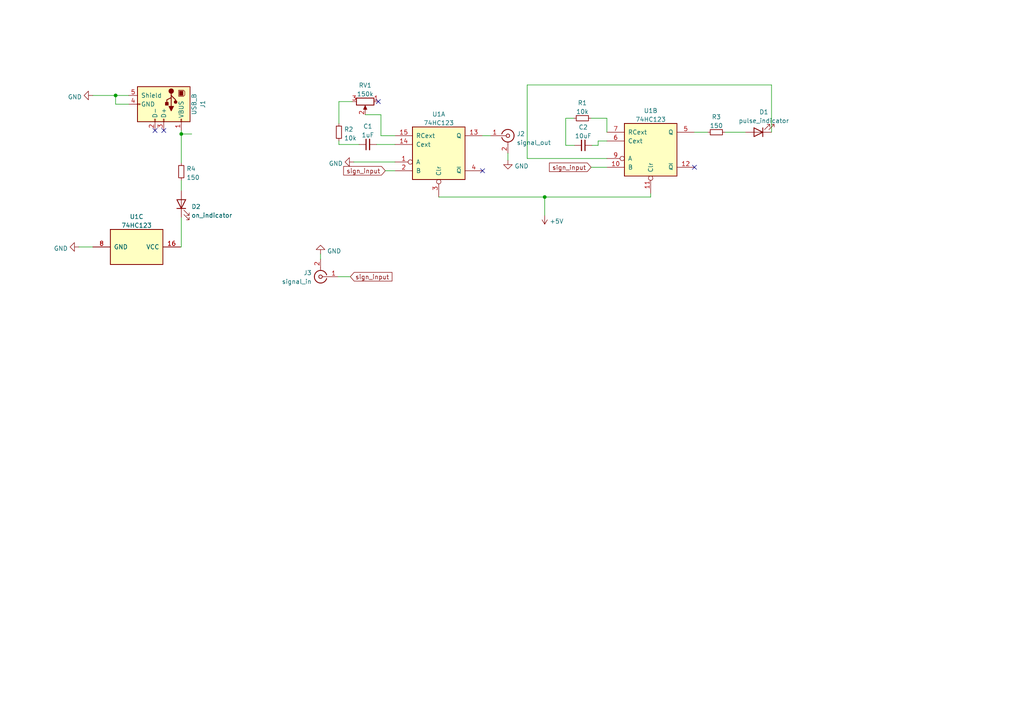
<source format=kicad_sch>
(kicad_sch (version 20211123) (generator eeschema)
  (paper "A4")
  (lib_symbols
    (symbol "74xx:74HC123" (pin_names (offset 1.016))
      (property "Reference" "U" (at -7.62 8.89 0))
      (property "Value" "74HC123" (at -7.62 -8.89 0))
      (symbol "74HC123_1_0"
        (pin input inverted (at -12.7 -2.54 0) (length 5.08) (name "A") (number "1"))
        (pin output line (at 12.7 5.08 180) (length 5.08) (name "Q") (number "13"))
        (pin input line (at -12.7 2.54 0) (length 5.08) (name "Cext") (number "14"))
        (pin input line (at -12.7 5.08 0) (length 5.08) (name "RCext") (number "15"))
        (pin input line (at -12.7 -5.08 0) (length 5.08) (name "B") (number "2"))
        (pin input inverted (at 0 -12.7 90) (length 5.08) (name "Clr") (number "3"))
        (pin output line (at 12.7 -5.08 180) (length 5.08) (name "~{Q}") (number "4"))
      )
      (symbol "74HC123_1_1"
        (rectangle (start -7.62 7.62) (end 7.62 -7.62) (stroke (width 0.254)) (fill (type background)))
      )
      (symbol "74HC123_2_0"
        (pin input line (at -12.7 -5.08 0) (length 5.08) (name "B") (number "10"))
        (pin input inverted (at 0 -12.7 90) (length 5.08) (name "Clr") (number "11"))
        (pin output line (at 12.7 -5.08 180) (length 5.08) (name "~{Q}") (number "12"))
        (pin output line (at 12.7 5.08 180) (length 5.08) (name "Q") (number "5"))
        (pin input line (at -12.7 2.54 0) (length 5.08) (name "Cext") (number "6"))
        (pin input line (at -12.7 5.08 0) (length 5.08) (name "RCext") (number "7"))
        (pin input inverted (at -12.7 -2.54 0) (length 5.08) (name "A") (number "9"))
      )
      (symbol "74HC123_2_1"
        (rectangle (start -7.62 7.62) (end 7.62 -7.62) (stroke (width 0.254)) (fill (type background)))
      )
      (symbol "74HC123_3_0"
        (pin power_in line (at 0 12.7 270) (length 5.08) (name "VCC") (number "16"))
        (pin power_in line (at 0 -12.7 90) (length 5.08) (name "GND") (number "8"))
      )
      (symbol "74HC123_3_1"
        (rectangle (start -5.08 7.62) (end 5.08 -7.62) (stroke (width 0.254)) (fill (type background)))
      )
    )
    (symbol "Connector:Conn_Coaxial" (pin_names (offset 1.016) hide)
      (property "Reference" "J" (at 0.254 3.048 0))
      (property "Value" "Conn_Coaxial" (at 2.921 0 90))
      (symbol "Conn_Coaxial_0_1"
        (arc (start -1.778 -0.508) (mid 0.222 -1.808) (end 1.778 0) (stroke (width 0.254)))
        (polyline (pts (xy -2.54 0) (xy -0.508 0)))
        (polyline (pts (xy 0 -2.54) (xy 0 -1.778)))
        (circle (center 0 0) (radius 0.508) (stroke (width 0.2032)))
        (arc (start 1.778 0) (mid 0.2221 1.8083) (end -1.778 0.508) (stroke (width 0.254)))
      )
      (symbol "Conn_Coaxial_1_1"
        (pin passive line (at -5.08 0 0) (length 2.54) (name "In") (number "1"))
        (pin passive line (at 0 -5.08 90) (length 2.54) (name "Ext") (number "2"))
      )
    )
    (symbol "Connector:USB_B" (pin_names (offset 1.016))
      (property "Reference" "J" (at -5.08 11.43 0))
      (property "Value" "USB_B" (at -5.08 8.89 0))
      (symbol "USB_B_0_1"
        (rectangle (start -5.08 -7.62) (end 5.08 7.62) (stroke (width 0.254)) (fill (type background)))
        (circle (center -3.81 2.159) (radius 0.635) (stroke (width 0.254)) (fill (type outline)))
        (rectangle (start -3.81 5.588) (end -2.54 4.572) (fill (type outline)))
        (circle (center -0.635 3.429) (radius 0.381) (stroke (width 0.254)) (fill (type outline)))
        (rectangle (start -0.127 -7.62) (end 0.127 -6.858))
        (polyline (pts (xy -1.905 2.159) (xy 0.635 2.159)) (stroke (width 0.254)))
        (polyline (pts (xy -3.175 2.159) (xy -2.54 2.159) (xy -1.27 3.429) (xy -0.635 3.429)) (stroke (width 0.254)))
        (polyline (pts (xy -2.54 2.159) (xy -1.905 2.159) (xy -1.27 0.889) (xy 0 0.889)) (stroke (width 0.254)))
        (polyline (pts (xy 0.635 2.794) (xy 0.635 1.524) (xy 1.905 2.159) (xy 0.635 2.794)) (stroke (width 0.254)) (fill (type outline)))
        (polyline (pts (xy -4.064 4.318) (xy -2.286 4.318) (xy -2.286 5.715) (xy -2.667 6.096) (xy -3.683 6.096) (xy -4.064 5.715) (xy -4.064 4.318)))
        (rectangle (start 0.254 1.27) (end -0.508 0.508) (stroke (width 0.254)) (fill (type outline)))
        (rectangle (start 5.08 -2.667) (end 4.318 -2.413))
        (rectangle (start 5.08 -0.127) (end 4.318 0.127))
        (rectangle (start 5.08 4.953) (end 4.318 5.207))
      )
      (symbol "USB_B_1_1"
        (pin power_out line (at 7.62 5.08 180) (length 2.54) (name "VBUS") (number "1"))
        (pin bidirectional line (at 7.62 -2.54 180) (length 2.54) (name "D-") (number "2"))
        (pin bidirectional line (at 7.62 0 180) (length 2.54) (name "D+") (number "3"))
        (pin power_out line (at 0 -10.16 90) (length 2.54) (name "GND") (number "4"))
        (pin passive line (at -2.54 -10.16 90) (length 2.54) (name "Shield") (number "5"))
      )
    )
    (symbol "Device:C_Small" (pin_numbers hide) (pin_names (offset 0.254) hide)
      (property "Reference" "C" (at 0.254 1.778 0))
      (property "Value" "C_Small" (at 0.254 -2.032 0))
      (symbol "C_Small_0_1"
        (polyline (pts (xy -1.524 -0.508) (xy 1.524 -0.508)) (stroke (width 0.3302)))
        (polyline (pts (xy -1.524 0.508) (xy 1.524 0.508)) (stroke (width 0.3048)))
      )
      (symbol "C_Small_1_1"
        (pin passive line (at 0 2.54 270) (length 2.032) (name "~") (number "1"))
        (pin passive line (at 0 -2.54 90) (length 2.032) (name "~") (number "2"))
      )
    )
    (symbol "Device:LED" (pin_numbers hide) (pin_names (offset 1.016) hide)
      (property "Reference" "D" (at 0 2.54 0))
      (property "Value" "LED" (at 0 -2.54 0))
      (symbol "LED_0_1"
        (polyline (pts (xy -1.27 -1.27) (xy -1.27 1.27)) (stroke (width 0.254)))
        (polyline (pts (xy -1.27 0) (xy 1.27 0)))
        (polyline (pts (xy 1.27 -1.27) (xy 1.27 1.27) (xy -1.27 0) (xy 1.27 -1.27)) (stroke (width 0.254)))
        (polyline (pts (xy -3.048 -0.762) (xy -4.572 -2.286) (xy -3.81 -2.286) (xy -4.572 -2.286) (xy -4.572 -1.524)))
        (polyline (pts (xy -1.778 -0.762) (xy -3.302 -2.286) (xy -2.54 -2.286) (xy -3.302 -2.286) (xy -3.302 -1.524)))
      )
      (symbol "LED_1_1"
        (pin passive line (at -3.81 0 0) (length 2.54) (name "K") (number "1"))
        (pin passive line (at 3.81 0 180) (length 2.54) (name "A") (number "2"))
      )
    )
    (symbol "Device:R_Potentiometer" (pin_names (offset 1.016) hide)
      (property "Reference" "RV" (at -4.445 0 90))
      (property "Value" "R_Potentiometer" (at -2.54 0 90))
      (symbol "R_Potentiometer_0_1"
        (polyline (pts (xy 2.54 0) (xy 1.524 0)))
        (polyline (pts (xy 1.143 0) (xy 2.286 0.508) (xy 2.286 -0.508) (xy 1.143 0)) (fill (type outline)))
        (rectangle (start 1.016 2.54) (end -1.016 -2.54) (stroke (width 0.254)))
      )
      (symbol "R_Potentiometer_1_1"
        (pin passive line (at 0 3.81 270) (length 1.27) (name "1") (number "1"))
        (pin passive line (at 3.81 0 180) (length 1.27) (name "2") (number "2"))
        (pin passive line (at 0 -3.81 90) (length 1.27) (name "3") (number "3"))
      )
    )
    (symbol "Device:R_Small" (pin_numbers hide) (pin_names (offset 0.254) hide)
      (property "Reference" "R" (at 0.762 0.508 0))
      (property "Value" "R_Small" (at 0.762 -1.016 0))
      (symbol "R_Small_0_1"
        (rectangle (start -0.762 1.778) (end 0.762 -1.778) (stroke (width 0.2032)))
      )
      (symbol "R_Small_1_1"
        (pin passive line (at 0 2.54 270) (length 0.762) (name "~") (number "1"))
        (pin passive line (at 0 -2.54 90) (length 0.762) (name "~") (number "2"))
      )
    )
    (symbol "power:+5V" (power) (pin_names (offset 0))
      (property "Value" "+5V" (at 0 3.556 0))
      (symbol "+5V_0_1"
        (polyline (pts (xy -0.762 1.27) (xy 0 2.54)))
        (polyline (pts (xy 0 0) (xy 0 2.54)))
        (polyline (pts (xy 0 2.54) (xy 0.762 1.27)))
      )
      (symbol "+5V_1_1"
        (pin power_in line (at 0 0 90) (length 0) hide (name "+5V") (number "1"))
      )
    )
    (symbol "power:GND" (power) (pin_names (offset 0))
      (property "Value" "GND" (at 0 -3.81 0))
      (symbol "GND_0_1"
        (polyline (pts (xy 0 0) (xy 0 -1.27) (xy 1.27 -1.27) (xy 0 -2.54) (xy -1.27 -1.27) (xy 0 -1.27)))
      )
      (symbol "GND_1_1"
        (pin power_in line (at 0 0 270) (length 0) hide (name "GND") (number "1"))
      )
    )
  )
  (junction (at 33.528 27.686))
  (junction (at 157.988 57.15))
  (junction (at 52.578 38.862))
  (no_connect (at 109.728 29.464))
  (no_connect (at 44.958 37.846))
  (no_connect (at 47.498 37.846))
  (no_connect (at 139.954 49.53))
  (no_connect (at 201.422 48.514))
  (wire (pts (xy 26.924 27.686) (xy 33.528 27.686)))
  (wire (pts (xy 52.578 62.992) (xy 52.578 71.628)))
  (wire (pts (xy 152.908 45.974) (xy 152.908 24.638)))
  (wire (pts (xy 157.988 57.15) (xy 157.988 62.484)))
  (wire (pts (xy 127.254 57.15) (xy 157.988 57.15)))
  (wire (pts (xy 176.022 34.29) (xy 171.45 34.29)))
  (wire (pts (xy 139.954 39.37) (xy 142.24 39.37)))
  (wire (pts (xy 92.964 73.66) (xy 92.964 75.184)))
  (wire (pts (xy 164.084 42.164) (xy 166.624 42.164)))
  (wire (pts (xy 110.49 33.274) (xy 110.49 39.37)))
  (wire (pts (xy 173.482 42.164) (xy 173.482 40.894)))
  (wire (pts (xy 104.14 41.91) (xy 98.298 41.91)))
  (wire (pts (xy 102.616 46.99) (xy 114.554 46.99)))
  (wire (pts (xy 111.76 49.53) (xy 114.554 49.53)))
  (wire (pts (xy 201.422 38.354) (xy 205.232 38.354)))
  (wire (pts (xy 173.482 40.894) (xy 176.022 40.894)))
  (wire (pts (xy 52.578 38.862) (xy 52.578 47.244)))
  (wire (pts (xy 52.578 52.324) (xy 52.578 55.372)))
  (wire (pts (xy 164.084 34.29) (xy 164.084 42.164)))
  (wire (pts (xy 166.37 34.29) (xy 164.084 34.29)))
  (wire (pts (xy 33.528 27.686) (xy 37.338 27.686)))
  (wire (pts (xy 152.908 45.974) (xy 176.022 45.974)))
  (wire (pts (xy 152.908 24.638) (xy 223.774 24.638)))
  (wire (pts (xy 52.578 38.862) (xy 55.626 38.862)))
  (wire (pts (xy 105.918 33.274) (xy 110.49 33.274)))
  (wire (pts (xy 210.312 38.354) (xy 216.154 38.354)))
  (wire (pts (xy 98.298 35.814) (xy 98.298 29.464)))
  (wire (pts (xy 98.298 40.894) (xy 98.298 41.91)))
  (wire (pts (xy 171.704 42.164) (xy 173.482 42.164)))
  (wire (pts (xy 98.298 29.464) (xy 102.108 29.464)))
  (wire (pts (xy 147.32 44.45) (xy 147.32 46.482)))
  (wire (pts (xy 223.774 38.354) (xy 223.774 24.638)))
  (wire (pts (xy 110.49 39.37) (xy 114.554 39.37)))
  (wire (pts (xy 109.22 41.91) (xy 114.554 41.91)))
  (wire (pts (xy 188.722 57.15) (xy 188.722 56.134)))
  (wire (pts (xy 171.45 48.514) (xy 176.022 48.514)))
  (wire (pts (xy 98.044 80.264) (xy 101.6 80.264)))
  (wire (pts (xy 157.988 57.15) (xy 188.722 57.15)))
  (wire (pts (xy 22.86 71.628) (xy 26.924 71.628)))
  (wire (pts (xy 52.578 71.628) (xy 52.324 71.628)))
  (wire (pts (xy 33.528 30.226) (xy 33.528 27.686)))
  (wire (pts (xy 37.338 30.226) (xy 33.528 30.226)))
  (wire (pts (xy 52.578 37.846) (xy 52.578 38.862)))
  (wire (pts (xy 176.022 38.354) (xy 176.022 34.29)))
  (global_label "sign_input" (shape input) (at 101.6 80.264 0) (property "Intersheet References" "${INTERSHEET_REFS}" (effects hide)))
  (global_label "sign_input" (shape input) (at 111.76 49.53 180) (property "Intersheet References" "${INTERSHEET_REFS}" (effects hide)))
  (global_label "sign_input" (shape input) (at 171.45 48.514 180) (property "Intersheet References" "${INTERSHEET_REFS}" (effects hide)))
  (symbol (lib_id "power:+5V") (at 157.988 62.484 180) (unit 1)
    (property "Reference" "#PWR04" (effects hide))
    (property "Value" "+5V" (at 159.385 64.1878 0) (effects (justify right)))
  )
  (symbol (lib_id "Connector:Conn_Coaxial") (at 147.32 39.37 0) (unit 1)
    (property "Reference" "J2" (at 149.8601 38.8285 0) (effects (justify left)))
    (property "Value" "signal_out" (at 149.8601 41.3654 0) (effects (justify left)))
    (property "Datasheet" " ~" (effects hide))
  )
  (symbol (lib_id "power:GND") (at 92.964 73.66 180) (unit 1)
    (property "Reference" "#PWR06" (effects hide))
    (property "Value" "GND" (at 94.869 72.8238 0) (effects (justify right)))
  )
  (symbol (lib_id "Device:R_Small") (at 98.298 38.354 0) (unit 1)
    (property "Reference" "R2" (at 99.7966 37.5193 0) (effects (justify left)))
    (property "Value" "10k" (at 99.7966 40.0562 0) (effects (justify left)))
  )
  (symbol (lib_id "74xx:74HC123") (at 127.254 44.45 0) (unit 1)
    (property "Reference" "U1" (at 127.254 33.1302 0))
    (property "Value" "74HC123" (at 127.254 35.6671 0))
    (property "Datasheet" "https://assets.nexperia.com/documents/data-sheet/74HC_HCT123.pdf" (effects hide))
  )
  (symbol (lib_id "Device:R_Potentiometer") (at 105.918 29.464 270) (unit 1)
    (property "Reference" "RV1" (at 105.918 24.7482 90))
    (property "Value" "150k" (at 105.918 27.2851 90))
  )
  (symbol (lib_id "Device:LED") (at 52.578 59.182 90) (unit 1)
    (property "Reference" "D2" (at 55.499 59.9348 90) (effects (justify right)))
    (property "Value" "on_indicator" (at 55.499 62.4717 90) (effects (justify right)))
  )
  (symbol (lib_id "power:GND") (at 26.924 27.686 270) (unit 1)
    (property "Reference" "#PWR01" (effects hide))
    (property "Value" "GND" (at 23.7491 28.1198 90) (effects (justify right)))
  )
  (symbol (lib_id "74xx:74HC123") (at 39.624 71.628 270) (unit 3)
    (property "Reference" "U1" (at 39.624 62.8482 90))
    (property "Value" "74HC123" (at 39.624 65.3851 90))
    (property "Datasheet" "https://assets.nexperia.com/documents/data-sheet/74HC_HCT123.pdf" (effects hide))
  )
  (symbol (lib_id "power:GND") (at 22.86 71.628 270) (unit 1)
    (property "Reference" "#PWR05" (effects hide))
    (property "Value" "GND" (at 19.6851 72.0618 90) (effects (justify right)))
  )
  (symbol (lib_id "Device:R_Small") (at 52.578 49.784 0) (unit 1)
    (property "Reference" "R4" (at 54.0766 48.9493 0) (effects (justify left)))
    (property "Value" "150" (at 54.0766 51.4862 0) (effects (justify left)))
  )
  (symbol (lib_id "Connector:Conn_Coaxial") (at 92.964 80.264 180) (unit 1)
    (property "Reference" "J3" (at 90.4239 79.1361 0) (effects (justify left)))
    (property "Value" "signal_in" (at 90.4239 81.673 0) (effects (justify left)))
    (property "Datasheet" " ~" (effects hide))
  )
  (symbol (lib_id "Device:LED") (at 219.964 38.354 180) (unit 1)
    (property "Reference" "D1" (at 221.5515 32.4952 0))
    (property "Value" "pulse_indicator" (at 221.5515 35.0321 0))
  )
  (symbol (lib_id "Connector:USB_B") (at 47.498 30.226 270) (unit 1)
    (property "Reference" "J1" (at 58.8178 30.226 0))
    (property "Value" "USB_B" (at 56.2809 30.226 0))
    (property "Datasheet" " ~" (effects hide))
  )
  (symbol (lib_id "power:GND") (at 102.616 46.99 270) (unit 1)
    (property "Reference" "#PWR03" (effects hide))
    (property "Value" "GND" (at 99.4411 47.4238 90) (effects (justify right)))
  )
  (symbol (lib_id "74xx:74HC123") (at 188.722 43.434 0) (unit 2)
    (property "Reference" "U1" (at 188.722 32.1142 0))
    (property "Value" "74HC123" (at 188.722 34.6511 0))
    (property "Datasheet" "https://assets.nexperia.com/documents/data-sheet/74HC_HCT123.pdf" (effects hide))
  )
  (symbol (lib_id "power:GND") (at 147.32 46.482 0) (unit 1)
    (property "Reference" "#PWR02" (effects hide))
    (property "Value" "GND" (at 149.225 48.1858 0) (effects (justify left)))
  )
  (symbol (lib_id "Device:R_Small") (at 207.772 38.354 90) (unit 1)
    (property "Reference" "R3" (at 207.772 33.9176 90))
    (property "Value" "150" (at 207.772 36.4545 90))
  )
  (symbol (lib_id "Device:R_Small") (at 168.91 34.29 90) (unit 1)
    (property "Reference" "R1" (at 168.91 29.8536 90))
    (property "Value" "10k" (at 168.91 32.3905 90))
  )
  (symbol (lib_id "Device:C_Small") (at 169.164 42.164 270) (mirror x) (unit 1)
    (property "Reference" "C2" (at 169.1576 36.9021 90))
    (property "Value" "10uF" (at 169.1576 39.439 90))
  )
  (symbol (lib_id "Device:C_Small") (at 106.68 41.91 90) (unit 1)
    (property "Reference" "C1" (at 106.6863 36.6481 90))
    (property "Value" "1uF" (at 106.6863 39.185 90))
  )
)
</source>
